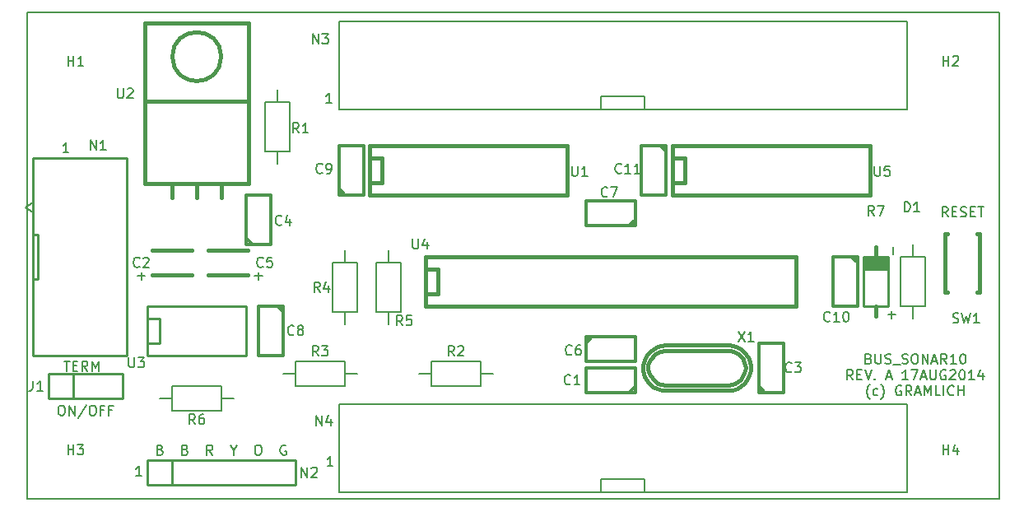
<source format=gto>
%FSLAX34Y34*%
G04 Gerber Fmt 3.4, Leading zero omitted, Abs format*
G04 (created by PCBNEW (2014-jan-25)-product) date Sun 17 Aug 2014 09:29:08 PM PDT*
%MOIN*%
G01*
G70*
G90*
G04 APERTURE LIST*
%ADD10C,0.003937*%
%ADD11C,0.008000*%
%ADD12C,0.012000*%
%ADD13C,0.015000*%
%ADD14C,0.010000*%
%ADD15C,0.005906*%
G04 APERTURE END LIST*
G54D10*
G54D11*
X39370Y-59055D02*
X39370Y-39370D01*
X78740Y-59055D02*
X39370Y-59055D01*
X78740Y-39370D02*
X78740Y-59055D01*
X39370Y-39370D02*
X78740Y-39370D01*
X51714Y-43030D02*
X51485Y-43030D01*
X51600Y-43030D02*
X51600Y-42630D01*
X51561Y-42688D01*
X51523Y-42726D01*
X51485Y-42745D01*
X76669Y-47630D02*
X76535Y-47440D01*
X76440Y-47630D02*
X76440Y-47230D01*
X76592Y-47230D01*
X76630Y-47250D01*
X76650Y-47269D01*
X76669Y-47307D01*
X76669Y-47364D01*
X76650Y-47402D01*
X76630Y-47421D01*
X76592Y-47440D01*
X76440Y-47440D01*
X76840Y-47421D02*
X76973Y-47421D01*
X77030Y-47630D02*
X76840Y-47630D01*
X76840Y-47230D01*
X77030Y-47230D01*
X77183Y-47611D02*
X77240Y-47630D01*
X77335Y-47630D01*
X77373Y-47611D01*
X77392Y-47592D01*
X77411Y-47554D01*
X77411Y-47516D01*
X77392Y-47478D01*
X77373Y-47459D01*
X77335Y-47440D01*
X77259Y-47421D01*
X77221Y-47402D01*
X77202Y-47383D01*
X77183Y-47345D01*
X77183Y-47307D01*
X77202Y-47269D01*
X77221Y-47250D01*
X77259Y-47230D01*
X77354Y-47230D01*
X77411Y-47250D01*
X77583Y-47421D02*
X77716Y-47421D01*
X77773Y-47630D02*
X77583Y-47630D01*
X77583Y-47230D01*
X77773Y-47230D01*
X77888Y-47230D02*
X78116Y-47230D01*
X78002Y-47630D02*
X78002Y-47230D01*
X40876Y-53480D02*
X41104Y-53480D01*
X40990Y-53880D02*
X40990Y-53480D01*
X41238Y-53671D02*
X41371Y-53671D01*
X41428Y-53880D02*
X41238Y-53880D01*
X41238Y-53480D01*
X41428Y-53480D01*
X41828Y-53880D02*
X41695Y-53690D01*
X41600Y-53880D02*
X41600Y-53480D01*
X41752Y-53480D01*
X41790Y-53500D01*
X41809Y-53519D01*
X41828Y-53557D01*
X41828Y-53614D01*
X41809Y-53652D01*
X41790Y-53671D01*
X41752Y-53690D01*
X41600Y-53690D01*
X42000Y-53880D02*
X42000Y-53480D01*
X42133Y-53766D01*
X42266Y-53480D01*
X42266Y-53880D01*
X73464Y-53381D02*
X73521Y-53400D01*
X73540Y-53419D01*
X73559Y-53457D01*
X73559Y-53514D01*
X73540Y-53552D01*
X73521Y-53571D01*
X73483Y-53590D01*
X73330Y-53590D01*
X73330Y-53190D01*
X73464Y-53190D01*
X73502Y-53210D01*
X73521Y-53229D01*
X73540Y-53267D01*
X73540Y-53305D01*
X73521Y-53343D01*
X73502Y-53362D01*
X73464Y-53381D01*
X73330Y-53381D01*
X73730Y-53190D02*
X73730Y-53514D01*
X73750Y-53552D01*
X73769Y-53571D01*
X73807Y-53590D01*
X73883Y-53590D01*
X73921Y-53571D01*
X73940Y-53552D01*
X73959Y-53514D01*
X73959Y-53190D01*
X74130Y-53571D02*
X74188Y-53590D01*
X74283Y-53590D01*
X74321Y-53571D01*
X74340Y-53552D01*
X74359Y-53514D01*
X74359Y-53476D01*
X74340Y-53438D01*
X74321Y-53419D01*
X74283Y-53400D01*
X74207Y-53381D01*
X74169Y-53362D01*
X74150Y-53343D01*
X74130Y-53305D01*
X74130Y-53267D01*
X74150Y-53229D01*
X74169Y-53210D01*
X74207Y-53190D01*
X74302Y-53190D01*
X74359Y-53210D01*
X74435Y-53629D02*
X74740Y-53629D01*
X74816Y-53571D02*
X74873Y-53590D01*
X74969Y-53590D01*
X75007Y-53571D01*
X75026Y-53552D01*
X75045Y-53514D01*
X75045Y-53476D01*
X75026Y-53438D01*
X75007Y-53419D01*
X74969Y-53400D01*
X74892Y-53381D01*
X74854Y-53362D01*
X74835Y-53343D01*
X74816Y-53305D01*
X74816Y-53267D01*
X74835Y-53229D01*
X74854Y-53210D01*
X74892Y-53190D01*
X74988Y-53190D01*
X75045Y-53210D01*
X75292Y-53190D02*
X75369Y-53190D01*
X75407Y-53210D01*
X75445Y-53248D01*
X75464Y-53324D01*
X75464Y-53457D01*
X75445Y-53533D01*
X75407Y-53571D01*
X75369Y-53590D01*
X75292Y-53590D01*
X75254Y-53571D01*
X75216Y-53533D01*
X75197Y-53457D01*
X75197Y-53324D01*
X75216Y-53248D01*
X75254Y-53210D01*
X75292Y-53190D01*
X75635Y-53590D02*
X75635Y-53190D01*
X75864Y-53590D01*
X75864Y-53190D01*
X76035Y-53476D02*
X76226Y-53476D01*
X75997Y-53590D02*
X76130Y-53190D01*
X76264Y-53590D01*
X76626Y-53590D02*
X76492Y-53400D01*
X76397Y-53590D02*
X76397Y-53190D01*
X76550Y-53190D01*
X76588Y-53210D01*
X76607Y-53229D01*
X76626Y-53267D01*
X76626Y-53324D01*
X76607Y-53362D01*
X76588Y-53381D01*
X76550Y-53400D01*
X76397Y-53400D01*
X77007Y-53590D02*
X76778Y-53590D01*
X76892Y-53590D02*
X76892Y-53190D01*
X76854Y-53248D01*
X76816Y-53286D01*
X76778Y-53305D01*
X77254Y-53190D02*
X77292Y-53190D01*
X77330Y-53210D01*
X77350Y-53229D01*
X77369Y-53267D01*
X77388Y-53343D01*
X77388Y-53438D01*
X77369Y-53514D01*
X77350Y-53552D01*
X77330Y-53571D01*
X77292Y-53590D01*
X77254Y-53590D01*
X77216Y-53571D01*
X77197Y-53552D01*
X77178Y-53514D01*
X77159Y-53438D01*
X77159Y-53343D01*
X77178Y-53267D01*
X77197Y-53229D01*
X77216Y-53210D01*
X77254Y-53190D01*
X72826Y-54230D02*
X72692Y-54040D01*
X72597Y-54230D02*
X72597Y-53830D01*
X72750Y-53830D01*
X72788Y-53850D01*
X72807Y-53869D01*
X72826Y-53907D01*
X72826Y-53964D01*
X72807Y-54002D01*
X72788Y-54021D01*
X72750Y-54040D01*
X72597Y-54040D01*
X72997Y-54021D02*
X73130Y-54021D01*
X73188Y-54230D02*
X72997Y-54230D01*
X72997Y-53830D01*
X73188Y-53830D01*
X73302Y-53830D02*
X73435Y-54230D01*
X73569Y-53830D01*
X73702Y-54192D02*
X73721Y-54211D01*
X73702Y-54230D01*
X73683Y-54211D01*
X73702Y-54192D01*
X73702Y-54230D01*
X74178Y-54116D02*
X74369Y-54116D01*
X74140Y-54230D02*
X74273Y-53830D01*
X74407Y-54230D01*
X75054Y-54230D02*
X74826Y-54230D01*
X74940Y-54230D02*
X74940Y-53830D01*
X74902Y-53888D01*
X74864Y-53926D01*
X74826Y-53945D01*
X75188Y-53830D02*
X75454Y-53830D01*
X75283Y-54230D01*
X75588Y-54116D02*
X75778Y-54116D01*
X75550Y-54230D02*
X75683Y-53830D01*
X75816Y-54230D01*
X75950Y-53830D02*
X75950Y-54154D01*
X75969Y-54192D01*
X75988Y-54211D01*
X76026Y-54230D01*
X76102Y-54230D01*
X76140Y-54211D01*
X76159Y-54192D01*
X76178Y-54154D01*
X76178Y-53830D01*
X76578Y-53850D02*
X76540Y-53830D01*
X76483Y-53830D01*
X76426Y-53850D01*
X76388Y-53888D01*
X76369Y-53926D01*
X76350Y-54002D01*
X76350Y-54059D01*
X76369Y-54135D01*
X76388Y-54173D01*
X76426Y-54211D01*
X76483Y-54230D01*
X76521Y-54230D01*
X76578Y-54211D01*
X76597Y-54192D01*
X76597Y-54059D01*
X76521Y-54059D01*
X76750Y-53869D02*
X76769Y-53850D01*
X76807Y-53830D01*
X76902Y-53830D01*
X76940Y-53850D01*
X76959Y-53869D01*
X76978Y-53907D01*
X76978Y-53945D01*
X76959Y-54002D01*
X76730Y-54230D01*
X76978Y-54230D01*
X77226Y-53830D02*
X77264Y-53830D01*
X77302Y-53850D01*
X77321Y-53869D01*
X77340Y-53907D01*
X77359Y-53983D01*
X77359Y-54078D01*
X77340Y-54154D01*
X77321Y-54192D01*
X77302Y-54211D01*
X77264Y-54230D01*
X77226Y-54230D01*
X77188Y-54211D01*
X77169Y-54192D01*
X77150Y-54154D01*
X77130Y-54078D01*
X77130Y-53983D01*
X77150Y-53907D01*
X77169Y-53869D01*
X77188Y-53850D01*
X77226Y-53830D01*
X77740Y-54230D02*
X77511Y-54230D01*
X77626Y-54230D02*
X77626Y-53830D01*
X77588Y-53888D01*
X77550Y-53926D01*
X77511Y-53945D01*
X78083Y-53964D02*
X78083Y-54230D01*
X77988Y-53811D02*
X77892Y-54097D01*
X78140Y-54097D01*
X73502Y-55023D02*
X73483Y-55004D01*
X73445Y-54947D01*
X73426Y-54909D01*
X73407Y-54851D01*
X73388Y-54756D01*
X73388Y-54680D01*
X73407Y-54585D01*
X73426Y-54528D01*
X73445Y-54490D01*
X73483Y-54432D01*
X73502Y-54413D01*
X73826Y-54851D02*
X73788Y-54870D01*
X73711Y-54870D01*
X73673Y-54851D01*
X73654Y-54832D01*
X73635Y-54794D01*
X73635Y-54680D01*
X73654Y-54642D01*
X73673Y-54623D01*
X73711Y-54604D01*
X73788Y-54604D01*
X73826Y-54623D01*
X73959Y-55023D02*
X73978Y-55004D01*
X74016Y-54947D01*
X74035Y-54909D01*
X74054Y-54851D01*
X74073Y-54756D01*
X74073Y-54680D01*
X74054Y-54585D01*
X74035Y-54528D01*
X74016Y-54490D01*
X73978Y-54432D01*
X73959Y-54413D01*
X74778Y-54490D02*
X74740Y-54470D01*
X74683Y-54470D01*
X74626Y-54490D01*
X74588Y-54528D01*
X74569Y-54566D01*
X74550Y-54642D01*
X74550Y-54699D01*
X74569Y-54775D01*
X74588Y-54813D01*
X74626Y-54851D01*
X74683Y-54870D01*
X74721Y-54870D01*
X74778Y-54851D01*
X74797Y-54832D01*
X74797Y-54699D01*
X74721Y-54699D01*
X75197Y-54870D02*
X75064Y-54680D01*
X74969Y-54870D02*
X74969Y-54470D01*
X75121Y-54470D01*
X75159Y-54490D01*
X75178Y-54509D01*
X75197Y-54547D01*
X75197Y-54604D01*
X75178Y-54642D01*
X75159Y-54661D01*
X75121Y-54680D01*
X74969Y-54680D01*
X75350Y-54756D02*
X75540Y-54756D01*
X75311Y-54870D02*
X75445Y-54470D01*
X75578Y-54870D01*
X75711Y-54870D02*
X75711Y-54470D01*
X75845Y-54756D01*
X75978Y-54470D01*
X75978Y-54870D01*
X76359Y-54870D02*
X76169Y-54870D01*
X76169Y-54470D01*
X76492Y-54870D02*
X76492Y-54470D01*
X76911Y-54832D02*
X76892Y-54851D01*
X76835Y-54870D01*
X76797Y-54870D01*
X76740Y-54851D01*
X76702Y-54813D01*
X76683Y-54775D01*
X76664Y-54699D01*
X76664Y-54642D01*
X76683Y-54566D01*
X76702Y-54528D01*
X76740Y-54490D01*
X76797Y-54470D01*
X76835Y-54470D01*
X76892Y-54490D01*
X76911Y-54509D01*
X77083Y-54870D02*
X77083Y-54470D01*
X77083Y-54661D02*
X77311Y-54661D01*
X77311Y-54870D02*
X77311Y-54470D01*
X41064Y-45030D02*
X40835Y-45030D01*
X40950Y-45030D02*
X40950Y-44630D01*
X40911Y-44688D01*
X40873Y-44726D01*
X40835Y-44745D01*
X51764Y-57730D02*
X51535Y-57730D01*
X51650Y-57730D02*
X51650Y-57330D01*
X51611Y-57388D01*
X51573Y-57426D01*
X51535Y-57445D01*
X40740Y-55280D02*
X40816Y-55280D01*
X40854Y-55300D01*
X40892Y-55338D01*
X40911Y-55414D01*
X40911Y-55547D01*
X40892Y-55623D01*
X40854Y-55661D01*
X40816Y-55680D01*
X40740Y-55680D01*
X40702Y-55661D01*
X40664Y-55623D01*
X40645Y-55547D01*
X40645Y-55414D01*
X40664Y-55338D01*
X40702Y-55300D01*
X40740Y-55280D01*
X41083Y-55680D02*
X41083Y-55280D01*
X41311Y-55680D01*
X41311Y-55280D01*
X41788Y-55261D02*
X41445Y-55776D01*
X41997Y-55280D02*
X42073Y-55280D01*
X42111Y-55300D01*
X42150Y-55338D01*
X42169Y-55414D01*
X42169Y-55547D01*
X42150Y-55623D01*
X42111Y-55661D01*
X42073Y-55680D01*
X41997Y-55680D01*
X41959Y-55661D01*
X41921Y-55623D01*
X41902Y-55547D01*
X41902Y-55414D01*
X41921Y-55338D01*
X41959Y-55300D01*
X41997Y-55280D01*
X42473Y-55471D02*
X42340Y-55471D01*
X42340Y-55680D02*
X42340Y-55280D01*
X42530Y-55280D01*
X42816Y-55471D02*
X42683Y-55471D01*
X42683Y-55680D02*
X42683Y-55280D01*
X42873Y-55280D01*
X44014Y-58130D02*
X43785Y-58130D01*
X43900Y-58130D02*
X43900Y-57730D01*
X43861Y-57788D01*
X43823Y-57826D01*
X43785Y-57845D01*
X44773Y-57071D02*
X44830Y-57090D01*
X44850Y-57109D01*
X44869Y-57147D01*
X44869Y-57204D01*
X44850Y-57242D01*
X44830Y-57261D01*
X44792Y-57280D01*
X44640Y-57280D01*
X44640Y-56880D01*
X44773Y-56880D01*
X44811Y-56900D01*
X44830Y-56919D01*
X44850Y-56957D01*
X44850Y-56995D01*
X44830Y-57033D01*
X44811Y-57052D01*
X44773Y-57071D01*
X44640Y-57071D01*
X45783Y-57071D02*
X45840Y-57090D01*
X45859Y-57109D01*
X45878Y-57147D01*
X45878Y-57204D01*
X45859Y-57242D01*
X45840Y-57261D01*
X45802Y-57280D01*
X45650Y-57280D01*
X45650Y-56880D01*
X45783Y-56880D01*
X45821Y-56900D01*
X45840Y-56919D01*
X45859Y-56957D01*
X45859Y-56995D01*
X45840Y-57033D01*
X45821Y-57052D01*
X45783Y-57071D01*
X45650Y-57071D01*
X46888Y-57280D02*
X46754Y-57090D01*
X46659Y-57280D02*
X46659Y-56880D01*
X46811Y-56880D01*
X46850Y-56900D01*
X46869Y-56919D01*
X46888Y-56957D01*
X46888Y-57014D01*
X46869Y-57052D01*
X46850Y-57071D01*
X46811Y-57090D01*
X46659Y-57090D01*
X47745Y-57090D02*
X47745Y-57280D01*
X47611Y-56880D02*
X47745Y-57090D01*
X47878Y-56880D01*
X48697Y-56880D02*
X48773Y-56880D01*
X48811Y-56900D01*
X48849Y-56938D01*
X48869Y-57014D01*
X48869Y-57147D01*
X48849Y-57223D01*
X48811Y-57261D01*
X48773Y-57280D01*
X48697Y-57280D01*
X48659Y-57261D01*
X48621Y-57223D01*
X48602Y-57147D01*
X48602Y-57014D01*
X48621Y-56938D01*
X48659Y-56900D01*
X48697Y-56880D01*
X49859Y-56900D02*
X49821Y-56880D01*
X49764Y-56880D01*
X49707Y-56900D01*
X49669Y-56938D01*
X49649Y-56976D01*
X49630Y-57052D01*
X49630Y-57109D01*
X49649Y-57185D01*
X49669Y-57223D01*
X49707Y-57261D01*
X49764Y-57280D01*
X49802Y-57280D01*
X49859Y-57261D01*
X49878Y-57242D01*
X49878Y-57109D01*
X49802Y-57109D01*
X48902Y-50028D02*
X48597Y-50028D01*
X48750Y-50180D02*
X48750Y-49876D01*
X44152Y-50028D02*
X43847Y-50028D01*
X44000Y-50180D02*
X44000Y-49876D01*
G54D12*
X48250Y-48730D02*
X48250Y-46750D01*
X48250Y-46750D02*
X49250Y-46750D01*
X49250Y-46750D02*
X49250Y-48750D01*
X49250Y-48750D02*
X48250Y-48750D01*
X48500Y-48750D02*
X48250Y-48500D01*
X63980Y-48000D02*
X62000Y-48000D01*
X62000Y-48000D02*
X62000Y-47000D01*
X62000Y-47000D02*
X64000Y-47000D01*
X64000Y-47000D02*
X64000Y-48000D01*
X64000Y-47750D02*
X63750Y-48000D01*
X49750Y-51270D02*
X49750Y-53250D01*
X49750Y-53250D02*
X48750Y-53250D01*
X48750Y-53250D02*
X48750Y-51250D01*
X48750Y-51250D02*
X49750Y-51250D01*
X49500Y-51250D02*
X49750Y-51500D01*
X73000Y-49270D02*
X73000Y-51250D01*
X73000Y-51250D02*
X72000Y-51250D01*
X72000Y-51250D02*
X72000Y-49250D01*
X72000Y-49250D02*
X73000Y-49250D01*
X72750Y-49250D02*
X73000Y-49500D01*
G54D13*
X73750Y-51250D02*
X73750Y-51650D01*
X73750Y-49350D02*
X73750Y-48850D01*
G54D14*
X73250Y-49450D02*
X74250Y-49450D01*
X73250Y-49550D02*
X74250Y-49550D01*
X73250Y-49650D02*
X74250Y-49650D01*
X73250Y-49350D02*
X74250Y-49350D01*
X73250Y-49750D02*
X74250Y-49250D01*
X73250Y-49250D02*
X74250Y-49750D01*
X73250Y-49750D02*
X74250Y-49750D01*
X73250Y-49500D02*
X74250Y-49500D01*
X74250Y-49250D02*
X73250Y-49250D01*
X73250Y-49250D02*
X73250Y-51250D01*
X73250Y-51250D02*
X74250Y-51250D01*
X74250Y-51250D02*
X74250Y-49250D01*
X41250Y-55000D02*
X43250Y-55000D01*
X43250Y-55000D02*
X43250Y-54000D01*
X43250Y-54000D02*
X41250Y-54000D01*
X40250Y-54000D02*
X41250Y-54000D01*
X41250Y-54000D02*
X41250Y-55000D01*
X40250Y-54000D02*
X40250Y-55000D01*
X40250Y-55000D02*
X41250Y-55000D01*
G54D15*
X39300Y-47250D02*
X39600Y-47050D01*
X39300Y-47250D02*
X39600Y-47450D01*
G54D14*
X39600Y-50150D02*
X39800Y-50150D01*
X39800Y-50150D02*
X39800Y-48350D01*
X39800Y-48350D02*
X39600Y-48350D01*
X43400Y-45250D02*
X43400Y-53250D01*
X43400Y-53250D02*
X39600Y-53250D01*
X39600Y-53250D02*
X39600Y-45250D01*
X39600Y-45250D02*
X43400Y-45250D01*
X45250Y-57500D02*
X50250Y-57500D01*
X50250Y-57500D02*
X50250Y-58500D01*
X50250Y-58500D02*
X45250Y-58500D01*
X44250Y-57500D02*
X45250Y-57500D01*
X45250Y-57500D02*
X45250Y-58500D01*
X44250Y-57500D02*
X44250Y-58500D01*
X44250Y-58500D02*
X45250Y-58500D01*
G54D15*
X49500Y-45000D02*
X49500Y-45500D01*
X49500Y-43000D02*
X49500Y-42500D01*
X50000Y-43000D02*
X49000Y-43000D01*
X49000Y-43000D02*
X49000Y-45000D01*
X49000Y-45000D02*
X50000Y-45000D01*
X50000Y-45000D02*
X50000Y-43000D01*
X57750Y-54000D02*
X58250Y-54000D01*
X55750Y-54000D02*
X55250Y-54000D01*
X55750Y-53500D02*
X55750Y-54500D01*
X55750Y-54500D02*
X57750Y-54500D01*
X57750Y-54500D02*
X57750Y-53500D01*
X57750Y-53500D02*
X55750Y-53500D01*
X52250Y-54000D02*
X52750Y-54000D01*
X50250Y-54000D02*
X49750Y-54000D01*
X50250Y-53500D02*
X50250Y-54500D01*
X50250Y-54500D02*
X52250Y-54500D01*
X52250Y-54500D02*
X52250Y-53500D01*
X52250Y-53500D02*
X50250Y-53500D01*
X52250Y-51500D02*
X52250Y-52000D01*
X52250Y-49500D02*
X52250Y-49000D01*
X52750Y-49500D02*
X51750Y-49500D01*
X51750Y-49500D02*
X51750Y-51500D01*
X51750Y-51500D02*
X52750Y-51500D01*
X52750Y-51500D02*
X52750Y-49500D01*
X54000Y-51500D02*
X54000Y-52000D01*
X54000Y-49500D02*
X54000Y-49000D01*
X54500Y-49500D02*
X53500Y-49500D01*
X53500Y-49500D02*
X53500Y-51500D01*
X53500Y-51500D02*
X54500Y-51500D01*
X54500Y-51500D02*
X54500Y-49500D01*
X45250Y-55000D02*
X44750Y-55000D01*
X47250Y-55000D02*
X47750Y-55000D01*
X47250Y-55500D02*
X47250Y-54500D01*
X47250Y-54500D02*
X45250Y-54500D01*
X45250Y-54500D02*
X45250Y-55500D01*
X45250Y-55500D02*
X47250Y-55500D01*
G54D13*
X76561Y-50681D02*
X76659Y-50681D01*
X76561Y-48319D02*
X76659Y-48319D01*
X77939Y-50681D02*
X77841Y-50681D01*
X77939Y-48319D02*
X77841Y-48319D01*
X76561Y-48319D02*
X76561Y-50681D01*
X77939Y-48319D02*
X77939Y-50681D01*
X53250Y-44750D02*
X61250Y-44750D01*
X61250Y-46750D02*
X53250Y-46750D01*
X53250Y-46750D02*
X53250Y-44750D01*
X53250Y-45250D02*
X53750Y-45250D01*
X53750Y-45250D02*
X53750Y-46250D01*
X53750Y-46250D02*
X53250Y-46250D01*
X61250Y-44750D02*
X61250Y-46750D01*
X45250Y-46300D02*
X45250Y-46850D01*
X46250Y-46300D02*
X46250Y-46850D01*
X47250Y-46300D02*
X47250Y-46850D01*
X47239Y-41150D02*
G75*
G03X47239Y-41150I-989J0D01*
G74*
G01*
X48350Y-42950D02*
X48350Y-39800D01*
X48350Y-39800D02*
X44150Y-39800D01*
X44150Y-39800D02*
X44150Y-42950D01*
X48350Y-46300D02*
X48350Y-42950D01*
X48350Y-42950D02*
X44150Y-42950D01*
X44150Y-42950D02*
X44150Y-46300D01*
X46250Y-46300D02*
X44150Y-46300D01*
X46250Y-46300D02*
X48350Y-46300D01*
G54D14*
X44250Y-51750D02*
X44750Y-51750D01*
X44750Y-51750D02*
X44750Y-52750D01*
X44750Y-52750D02*
X44250Y-52750D01*
X44250Y-51250D02*
X48250Y-51250D01*
X48250Y-51250D02*
X48250Y-53250D01*
X48250Y-53250D02*
X44250Y-53250D01*
X44250Y-53250D02*
X44250Y-51250D01*
G54D13*
X55500Y-49250D02*
X70500Y-49250D01*
X70500Y-49250D02*
X70500Y-51250D01*
X70500Y-51250D02*
X55500Y-51250D01*
X55500Y-51250D02*
X55500Y-49250D01*
X55500Y-49750D02*
X56000Y-49750D01*
X56000Y-49750D02*
X56000Y-50750D01*
X56000Y-50750D02*
X55500Y-50750D01*
X65500Y-44750D02*
X73500Y-44750D01*
X73500Y-46750D02*
X65500Y-46750D01*
X65500Y-46750D02*
X65500Y-44750D01*
X65500Y-45250D02*
X66000Y-45250D01*
X66000Y-45250D02*
X66000Y-46250D01*
X66000Y-46250D02*
X65500Y-46250D01*
X73500Y-44750D02*
X73500Y-46750D01*
X68350Y-53356D02*
X68429Y-53514D01*
X68429Y-53514D02*
X68469Y-53750D01*
X68469Y-53750D02*
X68429Y-53947D01*
X68429Y-53947D02*
X68272Y-54222D01*
X68272Y-54222D02*
X68035Y-54380D01*
X68035Y-54380D02*
X67799Y-54459D01*
X67799Y-54459D02*
X65201Y-54459D01*
X65201Y-54459D02*
X64925Y-54380D01*
X64925Y-54380D02*
X64768Y-54262D01*
X64768Y-54262D02*
X64610Y-54065D01*
X64610Y-54065D02*
X64531Y-53829D01*
X64531Y-53829D02*
X64531Y-53632D01*
X64531Y-53632D02*
X64610Y-53435D01*
X64610Y-53435D02*
X64807Y-53199D01*
X64807Y-53199D02*
X65004Y-53081D01*
X65004Y-53081D02*
X65201Y-53041D01*
X65240Y-53041D02*
X67839Y-53041D01*
X67839Y-53041D02*
X67996Y-53081D01*
X67996Y-53081D02*
X68193Y-53199D01*
X68193Y-53199D02*
X68390Y-53396D01*
X65244Y-52833D02*
X65063Y-52852D01*
X65063Y-52852D02*
X64906Y-52896D01*
X64906Y-52896D02*
X64736Y-52982D01*
X64736Y-52982D02*
X64622Y-53073D01*
X64622Y-53073D02*
X64492Y-53211D01*
X64492Y-53211D02*
X64378Y-53423D01*
X64378Y-53423D02*
X64327Y-53659D01*
X64327Y-53659D02*
X64327Y-53860D01*
X64327Y-53860D02*
X64394Y-54136D01*
X64394Y-54136D02*
X64551Y-54368D01*
X64551Y-54368D02*
X64732Y-54514D01*
X64732Y-54514D02*
X64898Y-54596D01*
X64898Y-54596D02*
X65075Y-54659D01*
X65075Y-54659D02*
X65248Y-54671D01*
X68138Y-54585D02*
X68287Y-54498D01*
X68287Y-54498D02*
X68413Y-54388D01*
X68413Y-54388D02*
X68512Y-54258D01*
X68512Y-54258D02*
X68630Y-54041D01*
X68630Y-54041D02*
X68673Y-53856D01*
X68673Y-53856D02*
X68681Y-53675D01*
X68681Y-53675D02*
X68646Y-53494D01*
X68646Y-53494D02*
X68571Y-53317D01*
X68571Y-53317D02*
X68429Y-53132D01*
X68429Y-53132D02*
X68291Y-53006D01*
X68291Y-53006D02*
X68138Y-52915D01*
X68138Y-52915D02*
X67969Y-52860D01*
X67969Y-52860D02*
X67795Y-52833D01*
X65240Y-54667D02*
X67780Y-54667D01*
X67780Y-54667D02*
X67945Y-54652D01*
X67945Y-54652D02*
X68138Y-54585D01*
X65240Y-52833D02*
X67780Y-52833D01*
G54D15*
X62615Y-43290D02*
X62615Y-42760D01*
X62615Y-42760D02*
X64385Y-42760D01*
X64385Y-42760D02*
X64385Y-43290D01*
X52000Y-39710D02*
X75000Y-39710D01*
X75000Y-39710D02*
X75000Y-43290D01*
X75000Y-43290D02*
X52000Y-43290D01*
X52000Y-43290D02*
X52000Y-39710D01*
X62615Y-58790D02*
X62615Y-58260D01*
X62615Y-58260D02*
X64385Y-58260D01*
X64385Y-58260D02*
X64385Y-58790D01*
X52000Y-55210D02*
X75000Y-55210D01*
X75000Y-55210D02*
X75000Y-58790D01*
X75000Y-58790D02*
X52000Y-58790D01*
X52000Y-58790D02*
X52000Y-55210D01*
G54D12*
X63980Y-54750D02*
X62000Y-54750D01*
X62000Y-54750D02*
X62000Y-53750D01*
X62000Y-53750D02*
X64000Y-53750D01*
X64000Y-53750D02*
X64000Y-54750D01*
X64000Y-54500D02*
X63750Y-54750D01*
G54D13*
X46050Y-49000D02*
X44450Y-49000D01*
X44450Y-50000D02*
X46050Y-50000D01*
G54D12*
X69000Y-54730D02*
X69000Y-52750D01*
X69000Y-52750D02*
X70000Y-52750D01*
X70000Y-52750D02*
X70000Y-54750D01*
X70000Y-54750D02*
X69000Y-54750D01*
X69250Y-54750D02*
X69000Y-54500D01*
G54D13*
X46700Y-50000D02*
X48300Y-50000D01*
X48300Y-49000D02*
X46700Y-49000D01*
G54D12*
X62020Y-52500D02*
X64000Y-52500D01*
X64000Y-52500D02*
X64000Y-53500D01*
X64000Y-53500D02*
X62000Y-53500D01*
X62000Y-53500D02*
X62000Y-52500D01*
X62000Y-52750D02*
X62250Y-52500D01*
X52000Y-46730D02*
X52000Y-44750D01*
X52000Y-44750D02*
X53000Y-44750D01*
X53000Y-44750D02*
X53000Y-46750D01*
X53000Y-46750D02*
X52000Y-46750D01*
X52250Y-46750D02*
X52000Y-46500D01*
X65250Y-44770D02*
X65250Y-46750D01*
X65250Y-46750D02*
X64250Y-46750D01*
X64250Y-46750D02*
X64250Y-44750D01*
X64250Y-44750D02*
X65250Y-44750D01*
X65000Y-44750D02*
X65250Y-45000D01*
G54D15*
X75250Y-49250D02*
X75250Y-48750D01*
X75250Y-51250D02*
X75250Y-51750D01*
X74750Y-51250D02*
X75750Y-51250D01*
X75750Y-51250D02*
X75750Y-49250D01*
X75750Y-49250D02*
X74750Y-49250D01*
X74750Y-49250D02*
X74750Y-51250D01*
G54D11*
X49683Y-47942D02*
X49664Y-47961D01*
X49607Y-47980D01*
X49569Y-47980D01*
X49511Y-47961D01*
X49473Y-47923D01*
X49454Y-47885D01*
X49435Y-47809D01*
X49435Y-47752D01*
X49454Y-47676D01*
X49473Y-47638D01*
X49511Y-47600D01*
X49569Y-47580D01*
X49607Y-47580D01*
X49664Y-47600D01*
X49683Y-47619D01*
X50026Y-47714D02*
X50026Y-47980D01*
X49930Y-47561D02*
X49835Y-47847D01*
X50083Y-47847D01*
X62883Y-46792D02*
X62864Y-46811D01*
X62807Y-46830D01*
X62769Y-46830D01*
X62711Y-46811D01*
X62673Y-46773D01*
X62654Y-46735D01*
X62635Y-46659D01*
X62635Y-46602D01*
X62654Y-46526D01*
X62673Y-46488D01*
X62711Y-46450D01*
X62769Y-46430D01*
X62807Y-46430D01*
X62864Y-46450D01*
X62883Y-46469D01*
X63016Y-46430D02*
X63283Y-46430D01*
X63111Y-46830D01*
X50183Y-52392D02*
X50164Y-52411D01*
X50107Y-52430D01*
X50069Y-52430D01*
X50011Y-52411D01*
X49973Y-52373D01*
X49954Y-52335D01*
X49935Y-52259D01*
X49935Y-52202D01*
X49954Y-52126D01*
X49973Y-52088D01*
X50011Y-52050D01*
X50069Y-52030D01*
X50107Y-52030D01*
X50164Y-52050D01*
X50183Y-52069D01*
X50411Y-52202D02*
X50373Y-52183D01*
X50354Y-52164D01*
X50335Y-52126D01*
X50335Y-52107D01*
X50354Y-52069D01*
X50373Y-52050D01*
X50411Y-52030D01*
X50488Y-52030D01*
X50526Y-52050D01*
X50545Y-52069D01*
X50564Y-52107D01*
X50564Y-52126D01*
X50545Y-52164D01*
X50526Y-52183D01*
X50488Y-52202D01*
X50411Y-52202D01*
X50373Y-52221D01*
X50354Y-52240D01*
X50335Y-52278D01*
X50335Y-52354D01*
X50354Y-52392D01*
X50373Y-52411D01*
X50411Y-52430D01*
X50488Y-52430D01*
X50526Y-52411D01*
X50545Y-52392D01*
X50564Y-52354D01*
X50564Y-52278D01*
X50545Y-52240D01*
X50526Y-52221D01*
X50488Y-52202D01*
X71892Y-51842D02*
X71873Y-51861D01*
X71816Y-51880D01*
X71778Y-51880D01*
X71721Y-51861D01*
X71683Y-51823D01*
X71664Y-51785D01*
X71645Y-51709D01*
X71645Y-51652D01*
X71664Y-51576D01*
X71683Y-51538D01*
X71721Y-51500D01*
X71778Y-51480D01*
X71816Y-51480D01*
X71873Y-51500D01*
X71892Y-51519D01*
X72273Y-51880D02*
X72045Y-51880D01*
X72159Y-51880D02*
X72159Y-51480D01*
X72121Y-51538D01*
X72083Y-51576D01*
X72045Y-51595D01*
X72521Y-51480D02*
X72559Y-51480D01*
X72597Y-51500D01*
X72616Y-51519D01*
X72635Y-51557D01*
X72654Y-51633D01*
X72654Y-51728D01*
X72635Y-51804D01*
X72616Y-51842D01*
X72597Y-51861D01*
X72559Y-51880D01*
X72521Y-51880D01*
X72483Y-51861D01*
X72464Y-51842D01*
X72445Y-51804D01*
X72426Y-51728D01*
X72426Y-51633D01*
X72445Y-51557D01*
X72464Y-51519D01*
X72483Y-51500D01*
X72521Y-51480D01*
X74904Y-47430D02*
X74904Y-47030D01*
X75000Y-47030D01*
X75057Y-47050D01*
X75095Y-47088D01*
X75114Y-47126D01*
X75133Y-47202D01*
X75133Y-47259D01*
X75114Y-47335D01*
X75095Y-47373D01*
X75057Y-47411D01*
X75000Y-47430D01*
X74904Y-47430D01*
X75514Y-47430D02*
X75285Y-47430D01*
X75400Y-47430D02*
X75400Y-47030D01*
X75361Y-47088D01*
X75323Y-47126D01*
X75285Y-47145D01*
X74451Y-49166D02*
X74451Y-48861D01*
X74392Y-51748D02*
X74392Y-51444D01*
X74545Y-51596D02*
X74240Y-51596D01*
X41033Y-41519D02*
X41033Y-41119D01*
X41033Y-41310D02*
X41262Y-41310D01*
X41262Y-41519D02*
X41262Y-41119D01*
X41662Y-41519D02*
X41433Y-41519D01*
X41548Y-41519D02*
X41548Y-41119D01*
X41510Y-41176D01*
X41471Y-41214D01*
X41433Y-41233D01*
X76466Y-41519D02*
X76466Y-41119D01*
X76466Y-41310D02*
X76695Y-41310D01*
X76695Y-41519D02*
X76695Y-41119D01*
X76866Y-41157D02*
X76885Y-41138D01*
X76924Y-41119D01*
X77019Y-41119D01*
X77057Y-41138D01*
X77076Y-41157D01*
X77095Y-41195D01*
X77095Y-41233D01*
X77076Y-41290D01*
X76847Y-41519D01*
X77095Y-41519D01*
X41033Y-57267D02*
X41033Y-56867D01*
X41033Y-57058D02*
X41262Y-57058D01*
X41262Y-57267D02*
X41262Y-56867D01*
X41414Y-56867D02*
X41662Y-56867D01*
X41529Y-57019D01*
X41586Y-57019D01*
X41624Y-57038D01*
X41643Y-57058D01*
X41662Y-57096D01*
X41662Y-57191D01*
X41643Y-57229D01*
X41624Y-57248D01*
X41586Y-57267D01*
X41471Y-57267D01*
X41433Y-57248D01*
X41414Y-57229D01*
X76466Y-57267D02*
X76466Y-56867D01*
X76466Y-57058D02*
X76695Y-57058D01*
X76695Y-57267D02*
X76695Y-56867D01*
X77057Y-57000D02*
X77057Y-57267D01*
X76962Y-56848D02*
X76866Y-57134D01*
X77114Y-57134D01*
X39616Y-54280D02*
X39616Y-54566D01*
X39597Y-54623D01*
X39559Y-54661D01*
X39502Y-54680D01*
X39464Y-54680D01*
X40016Y-54680D02*
X39788Y-54680D01*
X39902Y-54680D02*
X39902Y-54280D01*
X39864Y-54338D01*
X39826Y-54376D01*
X39788Y-54395D01*
X41945Y-44930D02*
X41945Y-44530D01*
X42173Y-44930D01*
X42173Y-44530D01*
X42573Y-44930D02*
X42345Y-44930D01*
X42459Y-44930D02*
X42459Y-44530D01*
X42421Y-44588D01*
X42383Y-44626D01*
X42345Y-44645D01*
X50495Y-58180D02*
X50495Y-57780D01*
X50723Y-58180D01*
X50723Y-57780D01*
X50895Y-57819D02*
X50914Y-57800D01*
X50952Y-57780D01*
X51047Y-57780D01*
X51085Y-57800D01*
X51104Y-57819D01*
X51123Y-57857D01*
X51123Y-57895D01*
X51104Y-57952D01*
X50876Y-58180D01*
X51123Y-58180D01*
X50383Y-44230D02*
X50250Y-44040D01*
X50154Y-44230D02*
X50154Y-43830D01*
X50307Y-43830D01*
X50345Y-43850D01*
X50364Y-43869D01*
X50383Y-43907D01*
X50383Y-43964D01*
X50364Y-44002D01*
X50345Y-44021D01*
X50307Y-44040D01*
X50154Y-44040D01*
X50764Y-44230D02*
X50535Y-44230D01*
X50650Y-44230D02*
X50650Y-43830D01*
X50611Y-43888D01*
X50573Y-43926D01*
X50535Y-43945D01*
X56671Y-53263D02*
X56538Y-53073D01*
X56442Y-53263D02*
X56442Y-52863D01*
X56595Y-52863D01*
X56633Y-52882D01*
X56652Y-52901D01*
X56671Y-52939D01*
X56671Y-52996D01*
X56652Y-53035D01*
X56633Y-53054D01*
X56595Y-53073D01*
X56442Y-53073D01*
X56823Y-52901D02*
X56842Y-52882D01*
X56881Y-52863D01*
X56976Y-52863D01*
X57014Y-52882D01*
X57033Y-52901D01*
X57052Y-52939D01*
X57052Y-52977D01*
X57033Y-53035D01*
X56804Y-53263D01*
X57052Y-53263D01*
X51171Y-53263D02*
X51038Y-53073D01*
X50942Y-53263D02*
X50942Y-52863D01*
X51095Y-52863D01*
X51133Y-52882D01*
X51152Y-52901D01*
X51171Y-52939D01*
X51171Y-52996D01*
X51152Y-53035D01*
X51133Y-53054D01*
X51095Y-53073D01*
X50942Y-53073D01*
X51304Y-52863D02*
X51552Y-52863D01*
X51419Y-53016D01*
X51476Y-53016D01*
X51514Y-53035D01*
X51533Y-53054D01*
X51552Y-53092D01*
X51552Y-53187D01*
X51533Y-53225D01*
X51514Y-53244D01*
X51476Y-53263D01*
X51361Y-53263D01*
X51323Y-53244D01*
X51304Y-53225D01*
X51233Y-50680D02*
X51100Y-50490D01*
X51004Y-50680D02*
X51004Y-50280D01*
X51157Y-50280D01*
X51195Y-50300D01*
X51214Y-50319D01*
X51233Y-50357D01*
X51233Y-50414D01*
X51214Y-50452D01*
X51195Y-50471D01*
X51157Y-50490D01*
X51004Y-50490D01*
X51576Y-50414D02*
X51576Y-50680D01*
X51480Y-50261D02*
X51385Y-50547D01*
X51633Y-50547D01*
X54583Y-52030D02*
X54450Y-51840D01*
X54354Y-52030D02*
X54354Y-51630D01*
X54507Y-51630D01*
X54545Y-51650D01*
X54564Y-51669D01*
X54583Y-51707D01*
X54583Y-51764D01*
X54564Y-51802D01*
X54545Y-51821D01*
X54507Y-51840D01*
X54354Y-51840D01*
X54945Y-51630D02*
X54754Y-51630D01*
X54735Y-51821D01*
X54754Y-51802D01*
X54792Y-51783D01*
X54888Y-51783D01*
X54926Y-51802D01*
X54945Y-51821D01*
X54964Y-51859D01*
X54964Y-51954D01*
X54945Y-51992D01*
X54926Y-52011D01*
X54888Y-52030D01*
X54792Y-52030D01*
X54754Y-52011D01*
X54735Y-51992D01*
X46183Y-56030D02*
X46050Y-55840D01*
X45954Y-56030D02*
X45954Y-55630D01*
X46107Y-55630D01*
X46145Y-55650D01*
X46164Y-55669D01*
X46183Y-55707D01*
X46183Y-55764D01*
X46164Y-55802D01*
X46145Y-55821D01*
X46107Y-55840D01*
X45954Y-55840D01*
X46526Y-55630D02*
X46450Y-55630D01*
X46411Y-55650D01*
X46392Y-55669D01*
X46354Y-55726D01*
X46335Y-55802D01*
X46335Y-55954D01*
X46354Y-55992D01*
X46373Y-56011D01*
X46411Y-56030D01*
X46488Y-56030D01*
X46526Y-56011D01*
X46545Y-55992D01*
X46564Y-55954D01*
X46564Y-55859D01*
X46545Y-55821D01*
X46526Y-55802D01*
X46488Y-55783D01*
X46411Y-55783D01*
X46373Y-55802D01*
X46354Y-55821D01*
X46335Y-55859D01*
X76866Y-51911D02*
X76923Y-51930D01*
X77019Y-51930D01*
X77057Y-51911D01*
X77076Y-51892D01*
X77095Y-51854D01*
X77095Y-51816D01*
X77076Y-51778D01*
X77057Y-51759D01*
X77019Y-51740D01*
X76942Y-51721D01*
X76904Y-51702D01*
X76885Y-51683D01*
X76866Y-51645D01*
X76866Y-51607D01*
X76885Y-51569D01*
X76904Y-51550D01*
X76942Y-51530D01*
X77038Y-51530D01*
X77095Y-51550D01*
X77228Y-51530D02*
X77323Y-51930D01*
X77400Y-51645D01*
X77476Y-51930D01*
X77571Y-51530D01*
X77933Y-51930D02*
X77704Y-51930D01*
X77819Y-51930D02*
X77819Y-51530D01*
X77780Y-51588D01*
X77742Y-51626D01*
X77704Y-51645D01*
X61445Y-45580D02*
X61445Y-45904D01*
X61464Y-45942D01*
X61483Y-45961D01*
X61521Y-45980D01*
X61597Y-45980D01*
X61635Y-45961D01*
X61654Y-45942D01*
X61673Y-45904D01*
X61673Y-45580D01*
X62073Y-45980D02*
X61845Y-45980D01*
X61959Y-45980D02*
X61959Y-45580D01*
X61921Y-45638D01*
X61883Y-45676D01*
X61845Y-45695D01*
X43045Y-42430D02*
X43045Y-42754D01*
X43064Y-42792D01*
X43083Y-42811D01*
X43121Y-42830D01*
X43197Y-42830D01*
X43235Y-42811D01*
X43254Y-42792D01*
X43273Y-42754D01*
X43273Y-42430D01*
X43445Y-42469D02*
X43464Y-42450D01*
X43502Y-42430D01*
X43597Y-42430D01*
X43635Y-42450D01*
X43654Y-42469D01*
X43673Y-42507D01*
X43673Y-42545D01*
X43654Y-42602D01*
X43426Y-42830D01*
X43673Y-42830D01*
X43495Y-53330D02*
X43495Y-53654D01*
X43514Y-53692D01*
X43533Y-53711D01*
X43571Y-53730D01*
X43647Y-53730D01*
X43685Y-53711D01*
X43704Y-53692D01*
X43723Y-53654D01*
X43723Y-53330D01*
X43876Y-53330D02*
X44123Y-53330D01*
X43990Y-53483D01*
X44047Y-53483D01*
X44085Y-53502D01*
X44104Y-53521D01*
X44123Y-53559D01*
X44123Y-53654D01*
X44104Y-53692D01*
X44085Y-53711D01*
X44047Y-53730D01*
X43933Y-53730D01*
X43895Y-53711D01*
X43876Y-53692D01*
X54995Y-48530D02*
X54995Y-48854D01*
X55014Y-48892D01*
X55033Y-48911D01*
X55071Y-48930D01*
X55147Y-48930D01*
X55185Y-48911D01*
X55204Y-48892D01*
X55223Y-48854D01*
X55223Y-48530D01*
X55585Y-48664D02*
X55585Y-48930D01*
X55490Y-48511D02*
X55395Y-48797D01*
X55642Y-48797D01*
X73695Y-45580D02*
X73695Y-45904D01*
X73714Y-45942D01*
X73733Y-45961D01*
X73771Y-45980D01*
X73847Y-45980D01*
X73885Y-45961D01*
X73904Y-45942D01*
X73923Y-45904D01*
X73923Y-45580D01*
X74304Y-45580D02*
X74114Y-45580D01*
X74095Y-45771D01*
X74114Y-45752D01*
X74152Y-45733D01*
X74247Y-45733D01*
X74285Y-45752D01*
X74304Y-45771D01*
X74323Y-45809D01*
X74323Y-45904D01*
X74304Y-45942D01*
X74285Y-45961D01*
X74247Y-45980D01*
X74152Y-45980D01*
X74114Y-45961D01*
X74095Y-45942D01*
X68176Y-52280D02*
X68442Y-52680D01*
X68442Y-52280D02*
X68176Y-52680D01*
X68804Y-52680D02*
X68576Y-52680D01*
X68690Y-52680D02*
X68690Y-52280D01*
X68652Y-52338D01*
X68614Y-52376D01*
X68576Y-52395D01*
X50945Y-40630D02*
X50945Y-40230D01*
X51173Y-40630D01*
X51173Y-40230D01*
X51326Y-40230D02*
X51573Y-40230D01*
X51440Y-40383D01*
X51497Y-40383D01*
X51535Y-40402D01*
X51554Y-40421D01*
X51573Y-40459D01*
X51573Y-40554D01*
X51554Y-40592D01*
X51535Y-40611D01*
X51497Y-40630D01*
X51383Y-40630D01*
X51345Y-40611D01*
X51326Y-40592D01*
X51095Y-56080D02*
X51095Y-55680D01*
X51323Y-56080D01*
X51323Y-55680D01*
X51685Y-55814D02*
X51685Y-56080D01*
X51590Y-55661D02*
X51495Y-55947D01*
X51742Y-55947D01*
X61383Y-54392D02*
X61364Y-54411D01*
X61307Y-54430D01*
X61269Y-54430D01*
X61211Y-54411D01*
X61173Y-54373D01*
X61154Y-54335D01*
X61135Y-54259D01*
X61135Y-54202D01*
X61154Y-54126D01*
X61173Y-54088D01*
X61211Y-54050D01*
X61269Y-54030D01*
X61307Y-54030D01*
X61364Y-54050D01*
X61383Y-54069D01*
X61764Y-54430D02*
X61535Y-54430D01*
X61650Y-54430D02*
X61650Y-54030D01*
X61611Y-54088D01*
X61573Y-54126D01*
X61535Y-54145D01*
X43933Y-49642D02*
X43914Y-49661D01*
X43857Y-49680D01*
X43819Y-49680D01*
X43761Y-49661D01*
X43723Y-49623D01*
X43704Y-49585D01*
X43685Y-49509D01*
X43685Y-49452D01*
X43704Y-49376D01*
X43723Y-49338D01*
X43761Y-49300D01*
X43819Y-49280D01*
X43857Y-49280D01*
X43914Y-49300D01*
X43933Y-49319D01*
X44085Y-49319D02*
X44104Y-49300D01*
X44142Y-49280D01*
X44238Y-49280D01*
X44276Y-49300D01*
X44295Y-49319D01*
X44314Y-49357D01*
X44314Y-49395D01*
X44295Y-49452D01*
X44066Y-49680D01*
X44314Y-49680D01*
X70333Y-53892D02*
X70314Y-53911D01*
X70257Y-53930D01*
X70219Y-53930D01*
X70161Y-53911D01*
X70123Y-53873D01*
X70104Y-53835D01*
X70085Y-53759D01*
X70085Y-53702D01*
X70104Y-53626D01*
X70123Y-53588D01*
X70161Y-53550D01*
X70219Y-53530D01*
X70257Y-53530D01*
X70314Y-53550D01*
X70333Y-53569D01*
X70466Y-53530D02*
X70714Y-53530D01*
X70580Y-53683D01*
X70638Y-53683D01*
X70676Y-53702D01*
X70695Y-53721D01*
X70714Y-53759D01*
X70714Y-53854D01*
X70695Y-53892D01*
X70676Y-53911D01*
X70638Y-53930D01*
X70523Y-53930D01*
X70485Y-53911D01*
X70466Y-53892D01*
X48933Y-49642D02*
X48914Y-49661D01*
X48857Y-49680D01*
X48819Y-49680D01*
X48761Y-49661D01*
X48723Y-49623D01*
X48704Y-49585D01*
X48685Y-49509D01*
X48685Y-49452D01*
X48704Y-49376D01*
X48723Y-49338D01*
X48761Y-49300D01*
X48819Y-49280D01*
X48857Y-49280D01*
X48914Y-49300D01*
X48933Y-49319D01*
X49295Y-49280D02*
X49104Y-49280D01*
X49085Y-49471D01*
X49104Y-49452D01*
X49142Y-49433D01*
X49238Y-49433D01*
X49276Y-49452D01*
X49295Y-49471D01*
X49314Y-49509D01*
X49314Y-49604D01*
X49295Y-49642D01*
X49276Y-49661D01*
X49238Y-49680D01*
X49142Y-49680D01*
X49104Y-49661D01*
X49085Y-49642D01*
X61433Y-53192D02*
X61414Y-53211D01*
X61357Y-53230D01*
X61319Y-53230D01*
X61261Y-53211D01*
X61223Y-53173D01*
X61204Y-53135D01*
X61185Y-53059D01*
X61185Y-53002D01*
X61204Y-52926D01*
X61223Y-52888D01*
X61261Y-52850D01*
X61319Y-52830D01*
X61357Y-52830D01*
X61414Y-52850D01*
X61433Y-52869D01*
X61776Y-52830D02*
X61700Y-52830D01*
X61661Y-52850D01*
X61642Y-52869D01*
X61604Y-52926D01*
X61585Y-53002D01*
X61585Y-53154D01*
X61604Y-53192D01*
X61623Y-53211D01*
X61661Y-53230D01*
X61738Y-53230D01*
X61776Y-53211D01*
X61795Y-53192D01*
X61814Y-53154D01*
X61814Y-53059D01*
X61795Y-53021D01*
X61776Y-53002D01*
X61738Y-52983D01*
X61661Y-52983D01*
X61623Y-53002D01*
X61604Y-53021D01*
X61585Y-53059D01*
X51333Y-45842D02*
X51314Y-45861D01*
X51257Y-45880D01*
X51219Y-45880D01*
X51161Y-45861D01*
X51123Y-45823D01*
X51104Y-45785D01*
X51085Y-45709D01*
X51085Y-45652D01*
X51104Y-45576D01*
X51123Y-45538D01*
X51161Y-45500D01*
X51219Y-45480D01*
X51257Y-45480D01*
X51314Y-45500D01*
X51333Y-45519D01*
X51523Y-45880D02*
X51600Y-45880D01*
X51638Y-45861D01*
X51657Y-45842D01*
X51695Y-45785D01*
X51714Y-45709D01*
X51714Y-45557D01*
X51695Y-45519D01*
X51676Y-45500D01*
X51638Y-45480D01*
X51561Y-45480D01*
X51523Y-45500D01*
X51504Y-45519D01*
X51485Y-45557D01*
X51485Y-45652D01*
X51504Y-45690D01*
X51523Y-45709D01*
X51561Y-45728D01*
X51638Y-45728D01*
X51676Y-45709D01*
X51695Y-45690D01*
X51714Y-45652D01*
X63442Y-45842D02*
X63423Y-45861D01*
X63366Y-45880D01*
X63328Y-45880D01*
X63271Y-45861D01*
X63233Y-45823D01*
X63214Y-45785D01*
X63195Y-45709D01*
X63195Y-45652D01*
X63214Y-45576D01*
X63233Y-45538D01*
X63271Y-45500D01*
X63328Y-45480D01*
X63366Y-45480D01*
X63423Y-45500D01*
X63442Y-45519D01*
X63823Y-45880D02*
X63595Y-45880D01*
X63709Y-45880D02*
X63709Y-45480D01*
X63671Y-45538D01*
X63633Y-45576D01*
X63595Y-45595D01*
X64204Y-45880D02*
X63976Y-45880D01*
X64090Y-45880D02*
X64090Y-45480D01*
X64052Y-45538D01*
X64014Y-45576D01*
X63976Y-45595D01*
X73683Y-47580D02*
X73550Y-47390D01*
X73454Y-47580D02*
X73454Y-47180D01*
X73607Y-47180D01*
X73645Y-47200D01*
X73664Y-47219D01*
X73683Y-47257D01*
X73683Y-47314D01*
X73664Y-47352D01*
X73645Y-47371D01*
X73607Y-47390D01*
X73454Y-47390D01*
X73816Y-47180D02*
X74083Y-47180D01*
X73911Y-47580D01*
M02*

</source>
